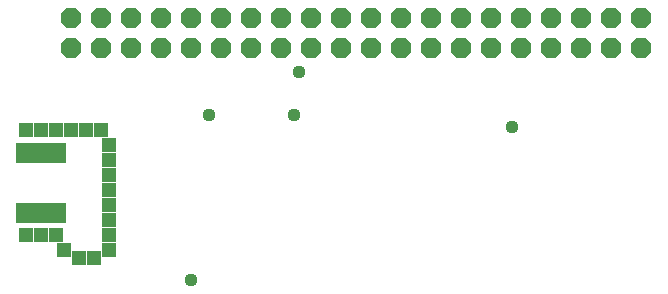
<source format=gbs>
G75*
%MOIN*%
%OFA0B0*%
%FSLAX25Y25*%
%IPPOS*%
%LPD*%
%AMOC8*
5,1,8,0,0,1.08239X$1,22.5*
%
%ADD10R,0.16800X0.06800*%
%ADD11OC8,0.06800*%
%ADD12C,0.04400*%
%ADD13R,0.04762X0.04762*%
D10*
X0016800Y0051800D03*
X0016800Y0071800D03*
D11*
X0026800Y0106800D03*
X0036800Y0106800D03*
X0046800Y0106800D03*
X0056800Y0106800D03*
X0066800Y0106800D03*
X0076800Y0106800D03*
X0086800Y0106800D03*
X0096800Y0106800D03*
X0106800Y0106800D03*
X0116800Y0106800D03*
X0126800Y0106800D03*
X0136800Y0106800D03*
X0146800Y0106800D03*
X0156800Y0106800D03*
X0166800Y0106800D03*
X0176800Y0106800D03*
X0186800Y0106800D03*
X0196800Y0106800D03*
X0206800Y0106800D03*
X0216800Y0106800D03*
X0216800Y0116800D03*
X0206800Y0116800D03*
X0196800Y0116800D03*
X0186800Y0116800D03*
X0176800Y0116800D03*
X0166800Y0116800D03*
X0156800Y0116800D03*
X0146800Y0116800D03*
X0136800Y0116800D03*
X0126800Y0116800D03*
X0116800Y0116800D03*
X0106800Y0116800D03*
X0096800Y0116800D03*
X0086800Y0116800D03*
X0076800Y0116800D03*
X0066800Y0116800D03*
X0056800Y0116800D03*
X0046800Y0116800D03*
X0036800Y0116800D03*
X0026800Y0116800D03*
D12*
X0072800Y0084400D03*
X0101000Y0084400D03*
X0102800Y0098800D03*
X0173600Y0080200D03*
X0066800Y0029200D03*
D13*
X0029300Y0036800D03*
X0034300Y0036800D03*
X0039300Y0039300D03*
X0039300Y0044300D03*
X0039300Y0049300D03*
X0039300Y0054300D03*
X0039300Y0059300D03*
X0039300Y0064300D03*
X0039300Y0069300D03*
X0039300Y0074300D03*
X0036800Y0079300D03*
X0031800Y0079300D03*
X0026800Y0079300D03*
X0021800Y0079300D03*
X0016800Y0079300D03*
X0011800Y0079300D03*
X0011800Y0044300D03*
X0016800Y0044300D03*
X0021800Y0044300D03*
X0024300Y0039300D03*
M02*

</source>
